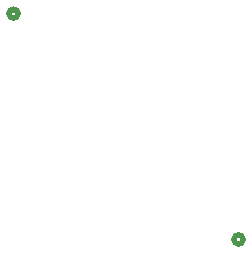
<source format=gbr>
%TF.GenerationSoftware,KiCad,Pcbnew,8.0.8+dfsg-1*%
%TF.CreationDate,2025-08-04T21:21:26+02:00*%
%TF.ProjectId,PicoSpoxAdapter_v2,5069636f-5370-46f7-9841-646170746572,rev?*%
%TF.SameCoordinates,Original*%
%TF.FileFunction,Legend,Bot*%
%TF.FilePolarity,Positive*%
%FSLAX46Y46*%
G04 Gerber Fmt 4.6, Leading zero omitted, Abs format (unit mm)*
G04 Created by KiCad (PCBNEW 8.0.8+dfsg-1) date 2025-08-04 21:21:26*
%MOMM*%
%LPD*%
G01*
G04 APERTURE LIST*
%ADD10C,0.508000*%
G04 APERTURE END LIST*
D10*
%TO.C,J2*%
X202835801Y-112808400D02*
G75*
G02*
X202073801Y-112808400I-381000J0D01*
G01*
X202073801Y-112808400D02*
G75*
G02*
X202835801Y-112808400I381000J0D01*
G01*
%TO.C,J1*%
X183781000Y-93690199D02*
G75*
G02*
X183019000Y-93690199I-381000J0D01*
G01*
X183019000Y-93690199D02*
G75*
G02*
X183781000Y-93690199I381000J0D01*
G01*
%TD*%
M02*

</source>
